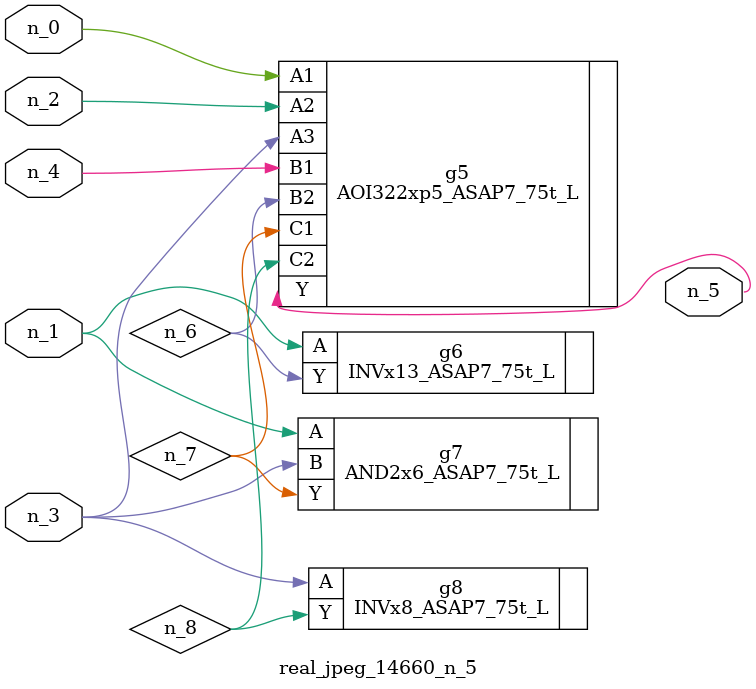
<source format=v>
module real_jpeg_14660_n_5 (n_4, n_0, n_1, n_2, n_3, n_5);

input n_4;
input n_0;
input n_1;
input n_2;
input n_3;

output n_5;

wire n_8;
wire n_6;
wire n_7;

AOI322xp5_ASAP7_75t_L g5 ( 
.A1(n_0),
.A2(n_2),
.A3(n_3),
.B1(n_4),
.B2(n_6),
.C1(n_7),
.C2(n_8),
.Y(n_5)
);

INVx13_ASAP7_75t_L g6 ( 
.A(n_1),
.Y(n_6)
);

AND2x6_ASAP7_75t_L g7 ( 
.A(n_1),
.B(n_3),
.Y(n_7)
);

INVx8_ASAP7_75t_L g8 ( 
.A(n_3),
.Y(n_8)
);


endmodule
</source>
